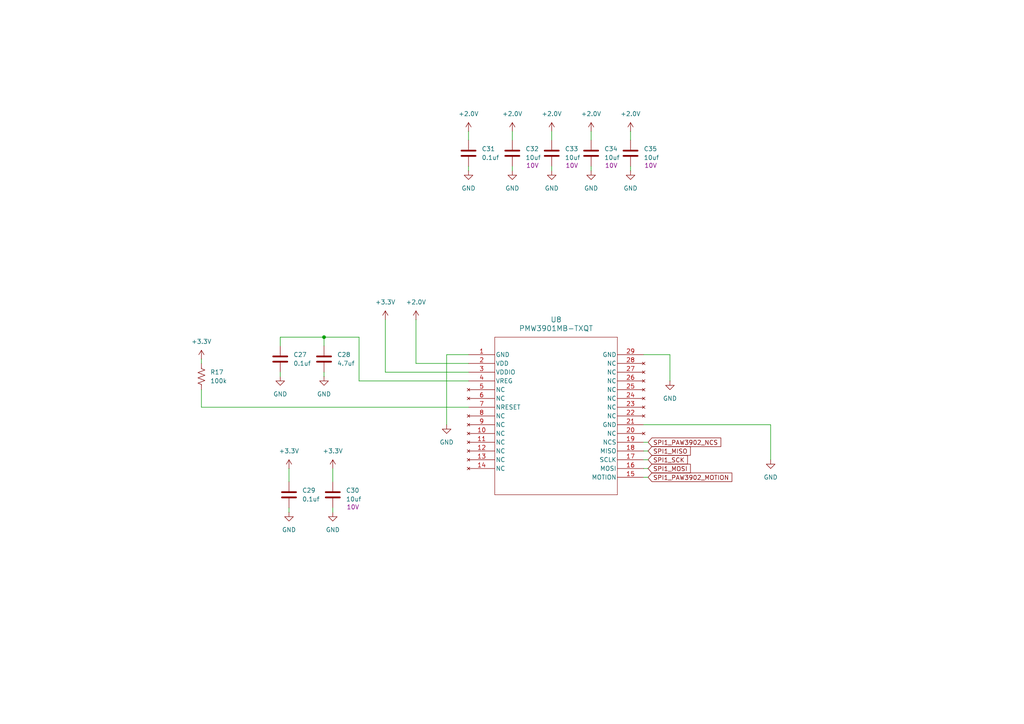
<source format=kicad_sch>
(kicad_sch (version 20250114) (generator "eeschema") (generator_version "9.0")
  (paper "A4")
  (lib_symbols
    (symbol "Device:C" (pin_numbers (hide yes)) (pin_names (offset 0.254))
      (property "Reference" "C" (at 0.635 2.54 0))
      (property "Value" "C" (at 0.635 -2.54 0))
      (symbol "C_0_1"
        (polyline (pts (xy -2.032 0.762) (xy 2.032 0.762)) (stroke (width 0.508)))
        (polyline (pts (xy -2.032 -0.762) (xy 2.032 -0.762)) (stroke (width 0.508)))
      )
      (symbol "C_1_1"
        (pin passive line (at 0 3.81 270) (length 2.794) (name "~") (number "1"))
        (pin passive line (at 0 -3.81 90) (length 2.794) (name "~") (number "2"))
      )
    )
    (symbol "Device:R_US" (pin_numbers (hide yes)) (pin_names (offset 0))
      (property "Reference" "R" (at 2.54 0 90))
      (property "Value" "R_US" (at -2.54 0 90))
      (symbol "R_US_0_1"
        (polyline (pts (xy 0 2.286) (xy 0 2.54)))
        (polyline (pts (xy 0 2.286) (xy 1.016 1.905) (xy 0 1.524) (xy -1.016 1.143) (xy 0 0.762)))
        (polyline (pts (xy 0 0.762) (xy 1.016 0.381) (xy 0 0) (xy -1.016 -0.381) (xy 0 -0.762)))
        (polyline (pts (xy 0 -0.762) (xy 1.016 -1.143) (xy 0 -1.524) (xy -1.016 -1.905) (xy 0 -2.286)))
        (polyline (pts (xy 0 -2.286) (xy 0 -2.54)))
      )
      (symbol "R_US_1_1"
        (pin passive line (at 0 3.81 270) (length 1.27) (name "~") (number "1"))
        (pin passive line (at 0 -3.81 90) (length 1.27) (name "~") (number "2"))
      )
    )
    (symbol "PMW3901MB-TXQT:PMW3901MB-TXQT" (pin_names (offset 0.254))
      (property "Reference" "U8" (at 25.4 10.16 0))
      (property "Value" "PMW3901MB-TXQT" (at 25.4 7.62 0))
      (symbol "PMW3901MB-TXQT_0_1"
        (polyline (pts (xy 7.62 5.08) (xy 7.62 -40.64)) (stroke (width 0.127)))
        (polyline (pts (xy 7.62 -40.64) (xy 43.18 -40.64)) (stroke (width 0.127)))
        (polyline (pts (xy 43.18 5.08) (xy 7.62 5.08)) (stroke (width 0.127)))
        (polyline (pts (xy 43.18 -40.64) (xy 43.18 5.08)) (stroke (width 0.127)))
        (pin power_out line (at 0 0 0) (length 7.62) (name "GND") (number "1"))
        (pin power_in line (at 0 -2.54 0) (length 7.62) (name "VDD") (number "2"))
        (pin power_in line (at 0 -5.08 0) (length 7.62) (name "VDDIO") (number "3"))
        (pin unspecified line (at 0 -7.62 0) (length 7.62) (name "VREG") (number "4"))
        (pin no_connect line (at 0 -10.16 0) (length 7.62) (name "NC") (number "5"))
        (pin no_connect line (at 0 -12.7 0) (length 7.62) (name "NC") (number "6"))
        (pin unspecified line (at 0 -15.24 0) (length 7.62) (name "NRESET") (number "7"))
        (pin no_connect line (at 0 -17.78 0) (length 7.62) (name "NC") (number "8"))
        (pin no_connect line (at 0 -20.32 0) (length 7.62) (name "NC") (number "9"))
        (pin no_connect line (at 0 -22.86 0) (length 7.62) (name "NC") (number "10"))
        (pin no_connect line (at 0 -25.4 0) (length 7.62) (name "NC") (number "11"))
        (pin no_connect line (at 0 -27.94 0) (length 7.62) (name "NC") (number "12"))
        (pin no_connect line (at 0 -30.48 0) (length 7.62) (name "NC") (number "13"))
        (pin no_connect line (at 0 -33.02 0) (length 7.62) (name "NC") (number "14"))
        (pin power_out line (at 50.8 0 180) (length 7.62) (name "GND") (number "29"))
        (pin no_connect line (at 50.8 -2.54 180) (length 7.62) (name "NC") (number "28"))
        (pin no_connect line (at 50.8 -5.08 180) (length 7.62) (name "NC") (number "27"))
        (pin no_connect line (at 50.8 -7.62 180) (length 7.62) (name "NC") (number "26"))
        (pin no_connect line (at 50.8 -10.16 180) (length 7.62) (name "NC") (number "25"))
        (pin no_connect line (at 50.8 -12.7 180) (length 7.62) (name "NC") (number "24"))
        (pin no_connect line (at 50.8 -15.24 180) (length 7.62) (name "NC") (number "23"))
        (pin no_connect line (at 50.8 -17.78 180) (length 7.62) (name "NC") (number "22"))
        (pin power_out line (at 50.8 -20.32 180) (length 7.62) (name "GND") (number "21"))
        (pin no_connect line (at 50.8 -22.86 180) (length 7.62) (name "NC") (number "20"))
        (pin unspecified line (at 50.8 -27.94 180) (length 7.62) (name "MISO") (number "18"))
        (pin unspecified line (at 50.8 -30.48 180) (length 7.62) (name "SCLK") (number "17"))
        (pin unspecified line (at 50.8 -33.02 180) (length 7.62) (name "MOSI") (number "16"))
        (pin unspecified line (at 50.8 -35.56 180) (length 7.62) (name "MOTION") (number "15"))
      )
      (symbol "PMW3901MB-TXQT_1_1"
        (pin unspecified line (at 50.8 -25.4 180) (length 7.62) (name "NCS") (number "19"))
      )
    )
    (symbol "power:+3.3V" (power) (pin_numbers (hide yes)) (pin_names (offset 0) (hide yes))
      (property "Value" "+3.3V" (at 0 3.556 0))
      (symbol "+3.3V_0_1"
        (polyline (pts (xy -0.762 1.27) (xy 0 2.54)))
        (polyline (pts (xy 0 2.54) (xy 0.762 1.27)))
        (polyline (pts (xy 0 0) (xy 0 2.54)))
      )
      (symbol "+3.3V_1_1"
        (pin power_in line (at 0 0 90) (length 0) (name "~") (number "1"))
      )
    )
    (symbol "power:GND" (power) (pin_numbers (hide yes)) (pin_names (offset 0) (hide yes))
      (property "Value" "GND" (at 0 -3.81 0))
      (symbol "GND_0_1"
        (polyline (pts (xy 0 0) (xy 0 -1.27) (xy 1.27 -1.27) (xy 0 -2.54) (xy -1.27 -1.27) (xy 0 -1.27)))
      )
      (symbol "GND_1_1"
        (pin power_in line (at 0 0 270) (length 0) (name "~") (number "1"))
      )
    )
  )
  (junction (at 93.98 97.79))
  (wire (pts (xy 135.89 48.26) (xy 135.89 49.53)))
  (wire (pts (xy 135.89 38.1) (xy 135.89 40.64)))
  (wire (pts (xy 187.96 135.89) (xy 186.69 135.89)))
  (wire (pts (xy 223.52 133.35) (xy 223.52 123.19)))
  (wire (pts (xy 96.52 135.89) (xy 96.52 139.7)))
  (wire (pts (xy 148.59 38.1) (xy 148.59 40.64)))
  (wire (pts (xy 160.02 38.1) (xy 160.02 40.64)))
  (wire (pts (xy 111.76 107.95) (xy 135.89 107.95)))
  (wire (pts (xy 160.02 48.26) (xy 160.02 49.53)))
  (wire (pts (xy 58.42 104.14) (xy 58.42 105.41)))
  (wire (pts (xy 187.96 138.43) (xy 186.69 138.43)))
  (wire (pts (xy 58.42 118.11) (xy 135.89 118.11)))
  (wire (pts (xy 104.14 110.49) (xy 104.14 97.79)))
  (wire (pts (xy 135.89 110.49) (xy 104.14 110.49)))
  (wire (pts (xy 81.28 107.95) (xy 81.28 109.22)))
  (wire (pts (xy 81.28 97.79) (xy 93.98 97.79)))
  (wire (pts (xy 83.82 135.89) (xy 83.82 139.7)))
  (wire (pts (xy 58.42 113.03) (xy 58.42 118.11)))
  (wire (pts (xy 171.45 48.26) (xy 171.45 49.53)))
  (wire (pts (xy 187.96 130.81) (xy 186.69 130.81)))
  (wire (pts (xy 83.82 147.32) (xy 83.82 148.59)))
  (wire (pts (xy 186.69 123.19) (xy 223.52 123.19)))
  (wire (pts (xy 171.45 38.1) (xy 171.45 40.64)))
  (wire (pts (xy 111.76 92.71) (xy 111.76 107.95)))
  (wire (pts (xy 129.54 102.87) (xy 135.89 102.87)))
  (wire (pts (xy 187.96 128.27) (xy 186.69 128.27)))
  (wire (pts (xy 135.89 105.41) (xy 120.65 105.41)))
  (wire (pts (xy 186.69 102.87) (xy 194.31 102.87)))
  (wire (pts (xy 120.65 92.71) (xy 120.65 105.41)))
  (wire (pts (xy 129.54 123.19) (xy 129.54 102.87)))
  (wire (pts (xy 81.28 100.33) (xy 81.28 97.79)))
  (wire (pts (xy 182.88 48.26) (xy 182.88 49.53)))
  (wire (pts (xy 194.31 102.87) (xy 194.31 110.49)))
  (wire (pts (xy 187.96 133.35) (xy 186.69 133.35)))
  (wire (pts (xy 96.52 147.32) (xy 96.52 148.59)))
  (wire (pts (xy 148.59 48.26) (xy 148.59 49.53)))
  (wire (pts (xy 104.14 97.79) (xy 93.98 97.79)))
  (wire (pts (xy 93.98 97.79) (xy 93.98 100.33)))
  (wire (pts (xy 93.98 107.95) (xy 93.98 109.22)))
  (wire (pts (xy 182.88 38.1) (xy 182.88 40.64)))
  (global_label "SPI1_PAW3902_MOTION" (shape input) (at 187.96 138.43 0) (property "Intersheetrefs" "${INTERSHEET_REFS}" (effects (hide yes))))
  (global_label "SPI1_SCK" (shape input) (at 187.96 133.35 0) (property "Intersheetrefs" "${INTERSHEET_REFS}" (effects (hide yes))))
  (global_label "SPI1_MISO" (shape input) (at 187.96 130.81 0) (property "Intersheetrefs" "${INTERSHEET_REFS}" (effects (hide yes))))
  (global_label "SPI1_PAW3902_NCS" (shape input) (at 187.96 128.27 0) (property "Intersheetrefs" "${INTERSHEET_REFS}" (effects (hide yes))))
  (global_label "SPI1_MOSI" (shape input) (at 187.96 135.89 0) (property "Intersheetrefs" "${INTERSHEET_REFS}" (effects (hide yes))))
  (symbol (lib_id "Device:C") (at 135.89 44.45 0) (unit 1)
    (property "Reference" "C31" (at 139.7 43.1799 0) (effects (justify left)))
    (property "Value" "0.1uf" (at 139.7 45.7199 0) (effects (justify left)))
    (property "Footprint" "Capacitor_SMD:C_0402_1005Metric_Pad0.74x0.62mm_HandSolder" (effects (hide yes)))
    (property "Description" "Unpolarized capacitor" (effects (hide yes)))
  )
  (symbol (lib_id "power:+3.3V") (at 58.42 104.14 0) (unit 1)
    (property "Reference" "#PWR084" (effects (hide yes)))
    (property "Value" "+3.3V" (at 58.42 99.06 0))
    (property "Description" "Power symbol creates a global label with name \"+3.3V\"" (effects (hide yes)))
  )
  (symbol (lib_id "Device:C") (at 81.28 104.14 0) (unit 1)
    (property "Reference" "C27" (at 85.09 102.8699 0) (effects (justify left)))
    (property "Value" "0.1uf" (at 85.09 105.4099 0) (effects (justify left)))
    (property "Footprint" "Capacitor_SMD:C_0402_1005Metric_Pad0.74x0.62mm_HandSolder" (effects (hide yes)))
    (property "Description" "Unpolarized capacitor" (effects (hide yes)))
  )
  (symbol (lib_id "Device:C") (at 93.98 104.14 0) (unit 1)
    (property "Reference" "C28" (at 97.79 102.8699 0) (effects (justify left)))
    (property "Value" "4.7uf" (at 97.79 105.4099 0) (effects (justify left)))
    (property "Footprint" "Capacitor_SMD:C_0402_1005Metric_Pad0.74x0.62mm_HandSolder" (effects (hide yes)))
    (property "Description" "Unpolarized capacitor" (effects (hide yes)))
  )
  (symbol (lib_id "power:+3.3V") (at 182.88 38.1 0) (unit 1)
    (property "Reference" "#PWR098" (effects (hide yes)))
    (property "Value" "+2.0V" (at 182.88 33.02 0))
    (property "Description" "Power symbol creates a global label with name \"+3.3V\"" (effects (hide yes)))
  )
  (symbol (lib_id "power:+3.3V") (at 135.89 38.1 0) (unit 1)
    (property "Reference" "#PWR090" (effects (hide yes)))
    (property "Value" "+2.0V" (at 135.89 33.02 0))
    (property "Description" "Power symbol creates a global label with name \"+3.3V\"" (effects (hide yes)))
  )
  (symbol (lib_id "power:GND") (at 93.98 109.22 0) (unit 1)
    (property "Reference" "#PWR086" (effects (hide yes)))
    (property "Value" "GND" (at 93.98 114.3 0))
    (property "Description" "Power symbol creates a global label with name \"GND\" , ground" (effects (hide yes)))
  )
  (symbol (lib_id "power:+3.3V") (at 83.82 135.89 0) (unit 1)
    (property "Reference" "#PWR089" (effects (hide yes)))
    (property "Value" "+3.3V" (at 83.82 130.81 0))
    (property "Description" "Power symbol creates a global label with name \"+3.3V\"" (effects (hide yes)))
  )
  (symbol (lib_id "Device:C") (at 182.88 44.45 0) (unit 1)
    (property "Reference" "C35" (at 186.69 43.1799 0) (effects (justify left)))
    (property "Value" "10uf" (at 186.69 45.7199 0) (effects (justify left)))
    (property "Footprint" "Capacitor_SMD:C_0402_1005Metric_Pad0.74x0.62mm_HandSolder" (effects (hide yes)))
    (property "Description" "Unpolarized capacitor" (effects (hide yes)))
    (property "Volt" "10V" (at 188.722 48.006 0))
  )
  (symbol (lib_id "Device:C") (at 171.45 44.45 0) (unit 1)
    (property "Reference" "C34" (at 175.26 43.1799 0) (effects (justify left)))
    (property "Value" "10uf" (at 175.26 45.7199 0) (effects (justify left)))
    (property "Footprint" "Capacitor_SMD:C_0402_1005Metric_Pad0.74x0.62mm_HandSolder" (effects (hide yes)))
    (property "Description" "Unpolarized capacitor" (effects (hide yes)))
    (property "Volt" "10V" (at 177.292 48.006 0))
  )
  (symbol (lib_id "power:GND") (at 129.54 123.19 0) (unit 1)
    (property "Reference" "#PWR0103" (effects (hide yes)))
    (property "Value" "GND" (at 129.54 128.27 0))
    (property "Description" "Power symbol creates a global label with name \"GND\" , ground" (effects (hide yes)))
  )
  (symbol (lib_id "power:GND") (at 135.89 49.53 0) (unit 1)
    (property "Reference" "#PWR091" (effects (hide yes)))
    (property "Value" "GND" (at 135.89 54.61 0))
    (property "Description" "Power symbol creates a global label with name \"GND\" , ground" (effects (hide yes)))
  )
  (symbol (lib_id "power:GND") (at 223.52 133.35 0) (unit 1)
    (property "Reference" "#PWR0104" (effects (hide yes)))
    (property "Value" "GND" (at 223.52 138.43 0))
    (property "Description" "Power symbol creates a global label with name \"GND\" , ground" (effects (hide yes)))
  )
  (symbol (lib_id "power:GND") (at 171.45 49.53 0) (unit 1)
    (property "Reference" "#PWR097" (effects (hide yes)))
    (property "Value" "GND" (at 171.45 54.61 0))
    (property "Description" "Power symbol creates a global label with name \"GND\" , ground" (effects (hide yes)))
  )
  (symbol (lib_id "Device:R_US") (at 58.42 109.22 0) (unit 1)
    (property "Reference" "R17" (at 60.96 107.9499 0) (effects (justify left)))
    (property "Value" "100k" (at 60.96 110.4899 0) (effects (justify left)))
    (property "Footprint" "Resistor_SMD:R_0402_1005Metric_Pad0.72x0.64mm_HandSolder" (effects (hide yes)))
    (property "Description" "Resistor, US symbol" (effects (hide yes)))
  )
  (symbol (lib_id "Device:C") (at 96.52 143.51 0) (unit 1)
    (property "Reference" "C30" (at 100.33 142.2399 0) (effects (justify left)))
    (property "Value" "10uf" (at 100.33 144.7799 0) (effects (justify left)))
    (property "Footprint" "Capacitor_SMD:C_0402_1005Metric_Pad0.74x0.62mm_HandSolder" (effects (hide yes)))
    (property "Description" "Unpolarized capacitor" (effects (hide yes)))
    (property "Volt" "10V" (at 102.362 147.066 0))
  )
  (symbol (lib_id "power:GND") (at 160.02 49.53 0) (unit 1)
    (property "Reference" "#PWR095" (effects (hide yes)))
    (property "Value" "GND" (at 160.02 54.61 0))
    (property "Description" "Power symbol creates a global label with name \"GND\" , ground" (effects (hide yes)))
  )
  (symbol (lib_id "power:+3.3V") (at 171.45 38.1 0) (unit 1)
    (property "Reference" "#PWR096" (effects (hide yes)))
    (property "Value" "+2.0V" (at 171.45 33.02 0))
    (property "Description" "Power symbol creates a global label with name \"+3.3V\"" (effects (hide yes)))
  )
  (symbol (lib_id "power:GND") (at 81.28 109.22 0) (unit 1)
    (property "Reference" "#PWR085" (effects (hide yes)))
    (property "Value" "GND" (at 81.28 114.3 0))
    (property "Description" "Power symbol creates a global label with name \"GND\" , ground" (effects (hide yes)))
  )
  (symbol (lib_id "power:+3.3V") (at 120.65 92.71 0) (unit 1)
    (property "Reference" "#PWR0100" (effects (hide yes)))
    (property "Value" "+2.0V" (at 120.65 87.63 0))
    (property "Description" "Power symbol creates a global label with name \"+3.3V\"" (effects (hide yes)))
  )
  (symbol (lib_id "power:+3.3V") (at 148.59 38.1 0) (unit 1)
    (property "Reference" "#PWR093" (effects (hide yes)))
    (property "Value" "+2.0V" (at 148.59 33.02 0))
    (property "Description" "Power symbol creates a global label with name \"+3.3V\"" (effects (hide yes)))
  )
  (symbol (lib_id "power:GND") (at 96.52 148.59 0) (unit 1)
    (property "Reference" "#PWR088" (effects (hide yes)))
    (property "Value" "GND" (at 96.52 153.67 0))
    (property "Description" "Power symbol creates a global label with name \"GND\" , ground" (effects (hide yes)))
  )
  (symbol (lib_id "power:+3.3V") (at 160.02 38.1 0) (unit 1)
    (property "Reference" "#PWR094" (effects (hide yes)))
    (property "Value" "+2.0V" (at 160.02 33.02 0))
    (property "Description" "Power symbol creates a global label with name \"+3.3V\"" (effects (hide yes)))
  )
  (symbol (lib_id "power:GND") (at 194.31 110.49 0) (unit 1)
    (property "Reference" "#PWR0105" (effects (hide yes)))
    (property "Value" "GND" (at 194.31 115.57 0))
    (property "Description" "Power symbol creates a global label with name \"GND\" , ground" (effects (hide yes)))
  )
  (symbol (lib_id "power:+3.3V") (at 96.52 135.89 0) (unit 1)
    (property "Reference" "#PWR0102" (effects (hide yes)))
    (property "Value" "+3.3V" (at 96.52 130.81 0))
    (property "Description" "Power symbol creates a global label with name \"+3.3V\"" (effects (hide yes)))
  )
  (symbol (lib_id "PMW3901MB-TXQT:PMW3901MB-TXQT") (at 135.89 102.87 0) (unit 1)
    (property "Reference" "U8" (at 161.29 92.71 0) (effects (font (size 1.524 1.524))))
    (property "Value" "PMW3901MB-TXQT" (at 161.29 95.25 0) (effects (font (size 1.524 1.524))))
    (property "Footprint" "PMW3901MB-TXQT:QFN_01MB-TXQT_PIX-M" (effects (hide yes)))
    (property "Datasheet" "PMW3901MB-TXQT" (effects (hide yes)))
  )
  (symbol (lib_id "Device:C") (at 148.59 44.45 0) (unit 1)
    (property "Reference" "C32" (at 152.4 43.1799 0) (effects (justify left)))
    (property "Value" "10uf" (at 152.4 45.7199 0) (effects (justify left)))
    (property "Footprint" "Capacitor_SMD:C_0402_1005Metric_Pad0.74x0.62mm_HandSolder" (effects (hide yes)))
    (property "Description" "Unpolarized capacitor" (effects (hide yes)))
    (property "Volt" "10V" (at 154.432 48.006 0))
  )
  (symbol (lib_id "Device:C") (at 83.82 143.51 0) (unit 1)
    (property "Reference" "C29" (at 87.63 142.2399 0) (effects (justify left)))
    (property "Value" "0.1uf" (at 87.63 144.7799 0) (effects (justify left)))
    (property "Footprint" "Capacitor_SMD:C_0402_1005Metric_Pad0.74x0.62mm_HandSolder" (effects (hide yes)))
    (property "Description" "Unpolarized capacitor" (effects (hide yes)))
  )
  (symbol (lib_id "power:GND") (at 148.59 49.53 0) (unit 1)
    (property "Reference" "#PWR092" (effects (hide yes)))
    (property "Value" "GND" (at 148.59 54.61 0))
    (property "Description" "Power symbol creates a global label with name \"GND\" , ground" (effects (hide yes)))
  )
  (symbol (lib_id "power:GND") (at 182.88 49.53 0) (unit 1)
    (property "Reference" "#PWR099" (effects (hide yes)))
    (property "Value" "GND" (at 182.88 54.61 0))
    (property "Description" "Power symbol creates a global label with name \"GND\" , ground" (effects (hide yes)))
  )
  (symbol (lib_id "power:+3.3V") (at 111.76 92.71 0) (unit 1)
    (property "Reference" "#PWR0101" (effects (hide yes)))
    (property "Value" "+3.3V" (at 111.76 87.63 0))
    (property "Description" "Power symbol creates a global label with name \"+3.3V\"" (effects (hide yes)))
  )
  (symbol (lib_id "power:GND") (at 83.82 148.59 0) (unit 1)
    (property "Reference" "#PWR087" (effects (hide yes)))
    (property "Value" "GND" (at 83.82 153.67 0))
    (property "Description" "Power symbol creates a global label with name \"GND\" , ground" (effects (hide yes)))
  )
  (symbol (lib_id "Device:C") (at 160.02 44.45 0) (unit 1)
    (property "Reference" "C33" (at 163.83 43.1799 0) (effects (justify left)))
    (property "Value" "10uf" (at 163.83 45.7199 0) (effects (justify left)))
    (property "Footprint" "Capacitor_SMD:C_0402_1005Metric_Pad0.74x0.62mm_HandSolder" (effects (hide yes)))
    (property "Description" "Unpolarized capacitor" (effects (hide yes)))
    (property "Volt" "10V" (at 165.862 48.006 0))
  )
)
</source>
